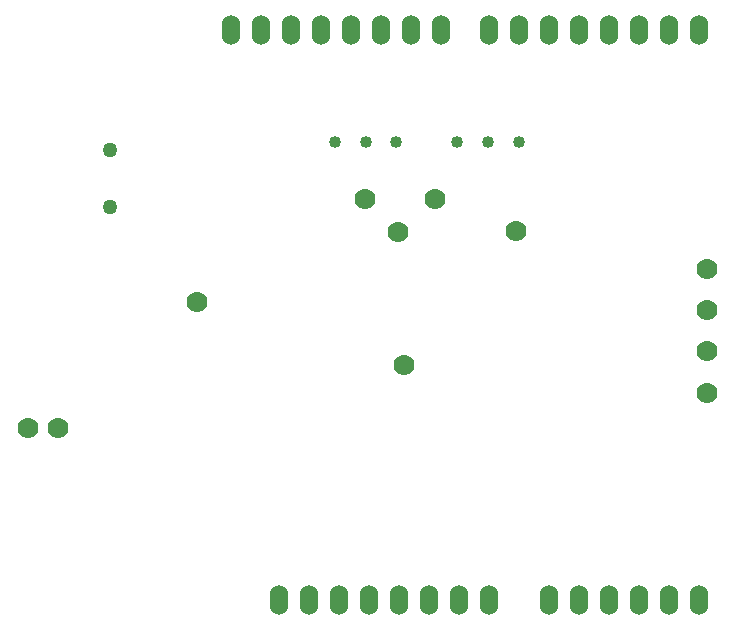
<source format=gbs>
G04 (created by PCBNEW (2013-07-07 BZR 4022)-stable) date 10/29/2014 9:54:54 AM*
%MOIN*%
G04 Gerber Fmt 3.4, Leading zero omitted, Abs format*
%FSLAX34Y34*%
G01*
G70*
G90*
G04 APERTURE LIST*
%ADD10C,0.00590551*%
%ADD11C,0.07*%
%ADD12C,0.05*%
%ADD13O,0.06X0.1*%
%ADD14C,0.04*%
G04 APERTURE END LIST*
G54D10*
G54D11*
X81030Y-49430D03*
G54D12*
X78133Y-44359D03*
X78133Y-46280D03*
G54D11*
X98038Y-52456D03*
X98038Y-51078D03*
X98038Y-49700D03*
X98038Y-48322D03*
X75400Y-53637D03*
X76407Y-53641D03*
X91670Y-47075D03*
X88960Y-45990D03*
X87741Y-47111D03*
X87923Y-51545D03*
X86633Y-46013D03*
G54D13*
X89170Y-40364D03*
X88170Y-40364D03*
X87170Y-40364D03*
X86170Y-40364D03*
X85170Y-40364D03*
X84170Y-40364D03*
X83170Y-40364D03*
X82170Y-40364D03*
X86770Y-59364D03*
X85770Y-59364D03*
X84770Y-59364D03*
X83770Y-59364D03*
X87770Y-59364D03*
X88770Y-59364D03*
X89770Y-59364D03*
X90770Y-59364D03*
X92770Y-59364D03*
X93770Y-59364D03*
X94770Y-59364D03*
X95770Y-59364D03*
X96770Y-59364D03*
X97770Y-59364D03*
X97770Y-40364D03*
X96770Y-40364D03*
X95770Y-40364D03*
X94770Y-40364D03*
X93770Y-40364D03*
X92770Y-40364D03*
X91770Y-40364D03*
X90770Y-40364D03*
G54D14*
X91762Y-44114D03*
X90738Y-44114D03*
X89715Y-44114D03*
X87682Y-44095D03*
X86658Y-44095D03*
X85635Y-44095D03*
M02*

</source>
